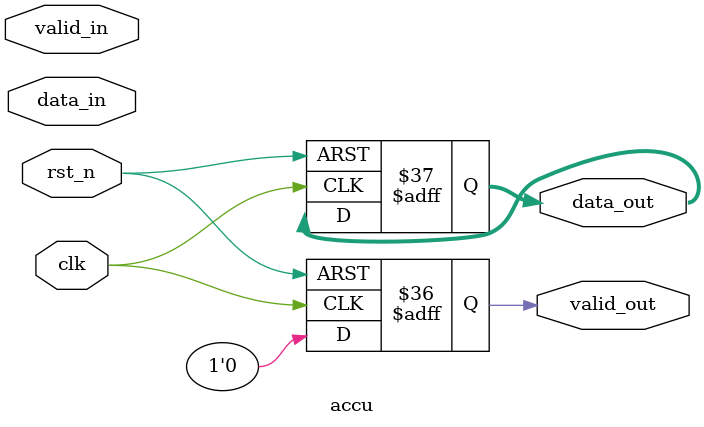
<source format=v>
module accu(
    input               clk         ,   
    input               rst_n       ,
    input       [7:0]   data_in     ,
    input               valid_in     ,
 
    output  reg         valid_out     ,
    output  reg [9:0]   data_out
);

    reg [7:0] data_reg [0:3];
    integer i;

    always @(posedge clk or negedge rst_n) begin
        if (!rst_n) begin
            for (i = 0; i < 4; i = i + 1) begin
                data_reg[i] <= 8'b0;
            end
            valid_out <= 1'b0;
            data_out <= 10'b0;
        end else begin
            if (valid_in) begin
                data_reg[0] <= data_in;
                for (i = 1; i < 4; i = i + 1) begin
                    data_reg[i] <= data_reg[i-1];
                end
                if (i == 3) begin
                    valid_out <= 1'b1;
                    data_out <= data_reg[0] + data_reg[1] + data_reg[2] + data_reg[3];
                end else begin
                    valid_out <= 1'b0;
                end
            end else begin
                valid_out <= 1'b0;
            end
        end
    end

endmodule
</source>
